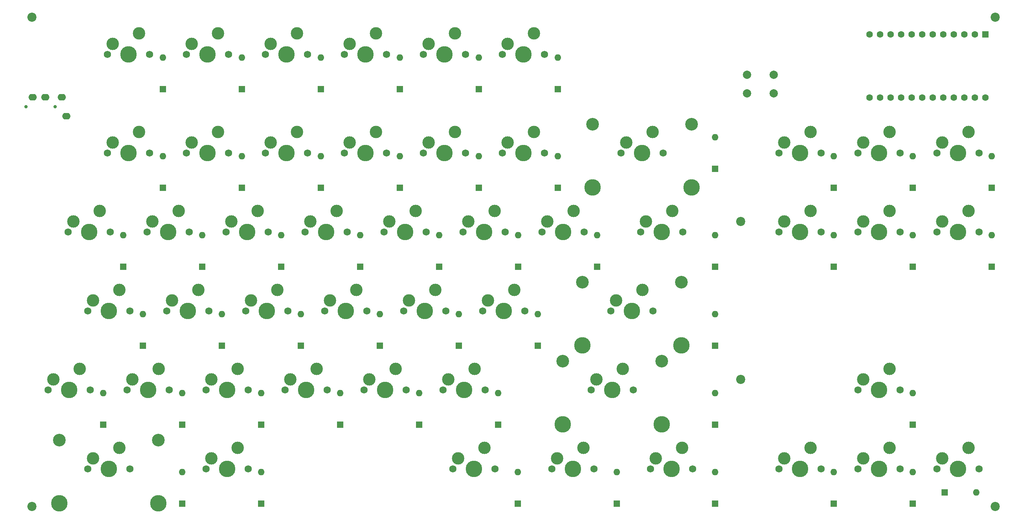
<source format=gbr>
%TF.GenerationSoftware,KiCad,Pcbnew,7.0.5*%
%TF.CreationDate,2023-06-22T07:54:55+00:00*%
%TF.ProjectId,Entry-right,456e7472-792d-4726-9967-68742e6b6963,rev?*%
%TF.SameCoordinates,Original*%
%TF.FileFunction,Soldermask,Top*%
%TF.FilePolarity,Negative*%
%FSLAX46Y46*%
G04 Gerber Fmt 4.6, Leading zero omitted, Abs format (unit mm)*
G04 Created by KiCad (PCBNEW 7.0.5) date 2023-06-22 07:54:55*
%MOMM*%
%LPD*%
G01*
G04 APERTURE LIST*
%ADD10C,1.750000*%
%ADD11C,3.000000*%
%ADD12C,3.987800*%
%ADD13C,3.048000*%
%ADD14C,2.200000*%
%ADD15R,1.600000X1.600000*%
%ADD16C,1.600000*%
%ADD17C,2.000000*%
%ADD18C,0.800000*%
%ADD19O,2.000000X1.600000*%
%ADD20O,1.600000X1.600000*%
G04 APERTURE END LIST*
D10*
%TO.C,MX17*%
X98107500Y-80010000D03*
D11*
X99377500Y-77470000D03*
D12*
X103187500Y-80010000D03*
D11*
X105727500Y-74930000D03*
D10*
X108267500Y-80010000D03*
%TD*%
%TO.C,MX21*%
X179070000Y-80010000D03*
D11*
X180340000Y-77470000D03*
D12*
X184150000Y-80010000D03*
D11*
X186690000Y-74930000D03*
D10*
X189230000Y-80010000D03*
%TD*%
%TO.C,MX33*%
X112395000Y-118110000D03*
D11*
X113665000Y-115570000D03*
D12*
X117475000Y-118110000D03*
D11*
X120015000Y-113030000D03*
D10*
X122555000Y-118110000D03*
%TD*%
%TO.C,MX8*%
X69532500Y-60960000D03*
D11*
X70802500Y-58420000D03*
D12*
X74612500Y-60960000D03*
D11*
X77152500Y-55880000D03*
D10*
X79692500Y-60960000D03*
%TD*%
D13*
%TO.C,MX36*%
X38862000Y-130175000D03*
D12*
X38862000Y-145415000D03*
D10*
X45720000Y-137160000D03*
D11*
X46990000Y-134620000D03*
D12*
X50800000Y-137160000D03*
D11*
X53340000Y-132080000D03*
D10*
X55880000Y-137160000D03*
D13*
X62738000Y-130175000D03*
D12*
X62738000Y-145415000D03*
%TD*%
D10*
%TO.C,MX42*%
X231457500Y-60960000D03*
D11*
X232727500Y-58420000D03*
D12*
X236537500Y-60960000D03*
D11*
X239077500Y-55880000D03*
D10*
X241617500Y-60960000D03*
%TD*%
%TO.C,MX46*%
X250507500Y-80010000D03*
D11*
X251777500Y-77470000D03*
D12*
X255587500Y-80010000D03*
D11*
X258127500Y-74930000D03*
D10*
X260667500Y-80010000D03*
%TD*%
%TO.C,MX32*%
X93345000Y-118110000D03*
D11*
X94615000Y-115570000D03*
D12*
X98425000Y-118110000D03*
D11*
X100965000Y-113030000D03*
D10*
X103505000Y-118110000D03*
%TD*%
D14*
%TO.C,REF\u002A\u002A*%
X32250000Y-146185000D03*
%TD*%
D10*
%TO.C,MX23*%
X64770000Y-99060000D03*
D11*
X66040000Y-96520000D03*
D12*
X69850000Y-99060000D03*
D11*
X72390000Y-93980000D03*
D10*
X74930000Y-99060000D03*
%TD*%
%TO.C,MX37*%
X74295000Y-137160000D03*
D11*
X75565000Y-134620000D03*
D12*
X79375000Y-137160000D03*
D11*
X81915000Y-132080000D03*
D10*
X84455000Y-137160000D03*
%TD*%
%TO.C,MX45*%
X231457500Y-80010000D03*
D11*
X232727500Y-77470000D03*
D12*
X236537500Y-80010000D03*
D11*
X239077500Y-74930000D03*
D10*
X241617500Y-80010000D03*
%TD*%
%TO.C,MX27*%
X140970000Y-99060000D03*
D11*
X142240000Y-96520000D03*
D12*
X146050000Y-99060000D03*
D11*
X148590000Y-93980000D03*
D10*
X151130000Y-99060000D03*
%TD*%
%TO.C,MX4*%
X107632500Y-37147500D03*
D11*
X108902500Y-34607500D03*
D12*
X112712500Y-37147500D03*
D11*
X115252500Y-32067500D03*
D10*
X117792500Y-37147500D03*
%TD*%
D13*
%TO.C,MX13*%
X167449500Y-53975000D03*
D12*
X167449500Y-69215000D03*
D10*
X174307500Y-60960000D03*
D11*
X175577500Y-58420000D03*
D12*
X179387500Y-60960000D03*
D11*
X181927500Y-55880000D03*
D10*
X184467500Y-60960000D03*
D13*
X191325500Y-53975000D03*
D12*
X191325500Y-69215000D03*
%TD*%
D10*
%TO.C,MX29*%
X36195000Y-118110000D03*
D11*
X37465000Y-115570000D03*
D12*
X41275000Y-118110000D03*
D11*
X43815000Y-113030000D03*
D10*
X46355000Y-118110000D03*
%TD*%
%TO.C,MX18*%
X117157500Y-80010000D03*
D11*
X118427500Y-77470000D03*
D12*
X122237500Y-80010000D03*
D11*
X124777500Y-74930000D03*
D10*
X127317500Y-80010000D03*
%TD*%
%TO.C,MX20*%
X155257500Y-80010000D03*
D11*
X156527500Y-77470000D03*
D12*
X160337500Y-80010000D03*
D11*
X162877500Y-74930000D03*
D10*
X165417500Y-80010000D03*
%TD*%
%TO.C,MX48*%
X212407500Y-137160000D03*
D11*
X213677500Y-134620000D03*
D12*
X217487500Y-137160000D03*
D11*
X220027500Y-132080000D03*
D10*
X222567500Y-137160000D03*
%TD*%
D15*
%TO.C,U1*%
X262201750Y-32291750D03*
D16*
X259661750Y-32291750D03*
X257121750Y-32291750D03*
X254581750Y-32291750D03*
X252041750Y-32291750D03*
X249501750Y-32291750D03*
X246961750Y-32291750D03*
X244421750Y-32291750D03*
X241881750Y-32291750D03*
X239341750Y-32291750D03*
X236801750Y-32291750D03*
X234261750Y-32291750D03*
X234261750Y-47531750D03*
X236801750Y-47531750D03*
X239341750Y-47531750D03*
X241881750Y-47531750D03*
X244421750Y-47531750D03*
X246961750Y-47531750D03*
X249501750Y-47531750D03*
X252041750Y-47531750D03*
X254581750Y-47531750D03*
X257121750Y-47531750D03*
X259661750Y-47531750D03*
X262201750Y-47531750D03*
%TD*%
D10*
%TO.C,MX9*%
X88582500Y-60960000D03*
D11*
X89852500Y-58420000D03*
D12*
X93662500Y-60960000D03*
D11*
X96202500Y-55880000D03*
D10*
X98742500Y-60960000D03*
%TD*%
%TO.C,MX19*%
X136207500Y-80010000D03*
D11*
X137477500Y-77470000D03*
D12*
X141287500Y-80010000D03*
D11*
X143827500Y-74930000D03*
D10*
X146367500Y-80010000D03*
%TD*%
%TO.C,MX25*%
X102870000Y-99060000D03*
D11*
X104140000Y-96520000D03*
D12*
X107950000Y-99060000D03*
D11*
X110490000Y-93980000D03*
D10*
X113030000Y-99060000D03*
%TD*%
%TO.C,MX26*%
X121920000Y-99060000D03*
D11*
X123190000Y-96520000D03*
D12*
X127000000Y-99060000D03*
D11*
X129540000Y-93980000D03*
D10*
X132080000Y-99060000D03*
%TD*%
%TO.C,MX3*%
X88582500Y-37147500D03*
D11*
X89852500Y-34607500D03*
D12*
X93662500Y-37147500D03*
D11*
X96202500Y-32067500D03*
D10*
X98742500Y-37147500D03*
%TD*%
%TO.C,MX31*%
X74295000Y-118110000D03*
D11*
X75565000Y-115570000D03*
D12*
X79375000Y-118110000D03*
D11*
X81915000Y-113030000D03*
D10*
X84455000Y-118110000D03*
%TD*%
%TO.C,MX10*%
X107632500Y-60960000D03*
D11*
X108902500Y-58420000D03*
D12*
X112712500Y-60960000D03*
D11*
X115252500Y-55880000D03*
D10*
X117792500Y-60960000D03*
%TD*%
%TO.C,MX49*%
X231457500Y-137160000D03*
D11*
X232727500Y-134620000D03*
D12*
X236537500Y-137160000D03*
D11*
X239077500Y-132080000D03*
D10*
X241617500Y-137160000D03*
%TD*%
%TO.C,MX11*%
X126682500Y-60960000D03*
D11*
X127952500Y-58420000D03*
D12*
X131762500Y-60960000D03*
D11*
X134302500Y-55880000D03*
D10*
X136842500Y-60960000D03*
%TD*%
D13*
%TO.C,MX28*%
X165068250Y-92075000D03*
D12*
X165068250Y-107315000D03*
D10*
X171926250Y-99060000D03*
D11*
X173196250Y-96520000D03*
D12*
X177006250Y-99060000D03*
D11*
X179546250Y-93980000D03*
D10*
X182086250Y-99060000D03*
D13*
X188944250Y-92075000D03*
D12*
X188944250Y-107315000D03*
%TD*%
D10*
%TO.C,MX12*%
X145732500Y-60960000D03*
D11*
X147002500Y-58420000D03*
D12*
X150812500Y-60960000D03*
D11*
X153352500Y-55880000D03*
D10*
X155892500Y-60960000D03*
%TD*%
%TO.C,MX44*%
X212407500Y-80010000D03*
D11*
X213677500Y-77470000D03*
D12*
X217487500Y-80010000D03*
D11*
X220027500Y-74930000D03*
D10*
X222567500Y-80010000D03*
%TD*%
%TO.C,MX40*%
X181451250Y-137160000D03*
D11*
X182721250Y-134620000D03*
D12*
X186531250Y-137160000D03*
D11*
X189071250Y-132080000D03*
D10*
X191611250Y-137160000D03*
%TD*%
%TO.C,MX22*%
X45720000Y-99060000D03*
D11*
X46990000Y-96520000D03*
D12*
X50800000Y-99060000D03*
D11*
X53340000Y-93980000D03*
D10*
X55880000Y-99060000D03*
%TD*%
D14*
%TO.C,REF\u002A\u002A*%
X264612500Y-146185000D03*
%TD*%
D10*
%TO.C,MX14*%
X40957500Y-80010000D03*
D11*
X42227500Y-77470000D03*
D12*
X46037500Y-80010000D03*
D11*
X48577500Y-74930000D03*
D10*
X51117500Y-80010000D03*
%TD*%
D13*
%TO.C,MX35*%
X160305750Y-111125000D03*
D12*
X160305750Y-126365000D03*
D10*
X167163750Y-118110000D03*
D11*
X168433750Y-115570000D03*
D12*
X172243750Y-118110000D03*
D11*
X174783750Y-113030000D03*
D10*
X177323750Y-118110000D03*
D13*
X184181750Y-111125000D03*
D12*
X184181750Y-126365000D03*
%TD*%
D14*
%TO.C,REF\u002A\u002A*%
X203200000Y-115570000D03*
%TD*%
D10*
%TO.C,MX24*%
X83820000Y-99060000D03*
D11*
X85090000Y-96520000D03*
D12*
X88900000Y-99060000D03*
D11*
X91440000Y-93980000D03*
D10*
X93980000Y-99060000D03*
%TD*%
%TO.C,MX43*%
X250507500Y-60960000D03*
D11*
X251777500Y-58420000D03*
D12*
X255587500Y-60960000D03*
D11*
X258127500Y-55880000D03*
D10*
X260667500Y-60960000D03*
%TD*%
%TO.C,MX38*%
X133826250Y-137160000D03*
D11*
X135096250Y-134620000D03*
D12*
X138906250Y-137160000D03*
D11*
X141446250Y-132080000D03*
D10*
X143986250Y-137160000D03*
%TD*%
%TO.C,MX7*%
X50482500Y-60960000D03*
D11*
X51752500Y-58420000D03*
D12*
X55562500Y-60960000D03*
D11*
X58102500Y-55880000D03*
D10*
X60642500Y-60960000D03*
%TD*%
D17*
%TO.C,RESET1*%
X211212500Y-46541250D03*
X204712500Y-46541250D03*
X211212500Y-42041250D03*
X204712500Y-42041250D03*
%TD*%
D10*
%TO.C,MX30*%
X55245000Y-118110000D03*
D11*
X56515000Y-115570000D03*
D12*
X60325000Y-118110000D03*
D11*
X62865000Y-113030000D03*
D10*
X65405000Y-118110000D03*
%TD*%
D18*
%TO.C,U2*%
X30850000Y-49722500D03*
X37850000Y-49722500D03*
D19*
X40550000Y-52022500D03*
X39450000Y-47422500D03*
X35450000Y-47422500D03*
X32450000Y-47422500D03*
%TD*%
D10*
%TO.C,MX41*%
X212407500Y-60960000D03*
D11*
X213677500Y-58420000D03*
D12*
X217487500Y-60960000D03*
D11*
X220027500Y-55880000D03*
D10*
X222567500Y-60960000D03*
%TD*%
D14*
%TO.C,REF\u002A\u002A*%
X203200000Y-77470000D03*
%TD*%
D10*
%TO.C,MX34*%
X131445000Y-118110000D03*
D11*
X132715000Y-115570000D03*
D12*
X136525000Y-118110000D03*
D11*
X139065000Y-113030000D03*
D10*
X141605000Y-118110000D03*
%TD*%
%TO.C,MX47*%
X231457500Y-118110000D03*
D11*
X232727500Y-115570000D03*
D12*
X236537500Y-118110000D03*
D11*
X239077500Y-113030000D03*
D10*
X241617500Y-118110000D03*
%TD*%
%TO.C,MX2*%
X69532500Y-37147500D03*
D11*
X70802500Y-34607500D03*
D12*
X74612500Y-37147500D03*
D11*
X77152500Y-32067500D03*
D10*
X79692500Y-37147500D03*
%TD*%
%TO.C,MX6*%
X145732500Y-37147500D03*
D11*
X147002500Y-34607500D03*
D12*
X150812500Y-37147500D03*
D11*
X153352500Y-32067500D03*
D10*
X155892500Y-37147500D03*
%TD*%
%TO.C,MX39*%
X157638750Y-137160000D03*
D11*
X158908750Y-134620000D03*
D12*
X162718750Y-137160000D03*
D11*
X165258750Y-132080000D03*
D10*
X167798750Y-137160000D03*
%TD*%
%TO.C,MX5*%
X126682500Y-37147500D03*
D11*
X127952500Y-34607500D03*
D12*
X131762500Y-37147500D03*
D11*
X134302500Y-32067500D03*
D10*
X136842500Y-37147500D03*
%TD*%
%TO.C,MX15*%
X60007500Y-80010000D03*
D11*
X61277500Y-77470000D03*
D12*
X65087500Y-80010000D03*
D11*
X67627500Y-74930000D03*
D10*
X70167500Y-80010000D03*
%TD*%
%TO.C,MX1*%
X50482500Y-37147500D03*
D11*
X51752500Y-34607500D03*
D12*
X55562500Y-37147500D03*
D11*
X58102500Y-32067500D03*
D10*
X60642500Y-37147500D03*
%TD*%
%TO.C,MX16*%
X79057500Y-80010000D03*
D11*
X80327500Y-77470000D03*
D12*
X84137500Y-80010000D03*
D11*
X86677500Y-74930000D03*
D10*
X89217500Y-80010000D03*
%TD*%
D14*
%TO.C,REF\u002A\u002A*%
X32250000Y-28122500D03*
%TD*%
D10*
%TO.C,MX50*%
X250507500Y-137160000D03*
D11*
X251777500Y-134620000D03*
D12*
X255587500Y-137160000D03*
D11*
X258127500Y-132080000D03*
D10*
X260667500Y-137160000D03*
%TD*%
D14*
%TO.C,REF\u002A\u002A*%
X264612500Y-28122500D03*
%TD*%
D15*
%TO.C,D37*%
X87562500Y-145530000D03*
D20*
X87562500Y-137910000D03*
%TD*%
D15*
%TO.C,D49*%
X244677500Y-145530000D03*
D20*
X244677500Y-137910000D03*
%TD*%
D15*
%TO.C,D26*%
X135187500Y-107430000D03*
D20*
X135187500Y-99810000D03*
%TD*%
D15*
%TO.C,D43*%
X263727500Y-69330000D03*
D20*
X263727500Y-61710000D03*
%TD*%
D15*
%TO.C,D8*%
X82862500Y-69330000D03*
D20*
X82862500Y-61710000D03*
%TD*%
D15*
%TO.C,D2*%
X82862500Y-45517500D03*
D20*
X82862500Y-37897500D03*
%TD*%
D15*
%TO.C,D14*%
X54287500Y-88380000D03*
D20*
X54287500Y-80760000D03*
%TD*%
D15*
%TO.C,D18*%
X130472500Y-88380000D03*
D20*
X130472500Y-80760000D03*
%TD*%
D15*
%TO.C,D1*%
X63812500Y-45517500D03*
D20*
X63812500Y-37897500D03*
%TD*%
D15*
%TO.C,D3*%
X101912500Y-45517500D03*
D20*
X101912500Y-37897500D03*
%TD*%
D15*
%TO.C,D25*%
X116137500Y-107430000D03*
D20*
X116137500Y-99810000D03*
%TD*%
D15*
%TO.C,D32*%
X106612500Y-126480000D03*
D20*
X106612500Y-118860000D03*
%TD*%
D15*
%TO.C,D41*%
X225627500Y-69330000D03*
D20*
X225627500Y-61710000D03*
%TD*%
D15*
%TO.C,D24*%
X97087500Y-107430000D03*
D20*
X97087500Y-99810000D03*
%TD*%
D15*
%TO.C,D19*%
X149522500Y-88380000D03*
D20*
X149522500Y-80760000D03*
%TD*%
D15*
%TO.C,D10*%
X120962500Y-69330000D03*
D20*
X120962500Y-61710000D03*
%TD*%
D15*
%TO.C,D39*%
X173287500Y-145530000D03*
D20*
X173287500Y-137910000D03*
%TD*%
D15*
%TO.C,D46*%
X263727500Y-88380000D03*
D20*
X263727500Y-80760000D03*
%TD*%
D15*
%TO.C,D4*%
X120962500Y-45517500D03*
D20*
X120962500Y-37897500D03*
%TD*%
D15*
%TO.C,D21*%
X197052500Y-88380000D03*
D20*
X197052500Y-80760000D03*
%TD*%
D15*
%TO.C,D40*%
X197052500Y-145530000D03*
D20*
X197052500Y-137910000D03*
%TD*%
D15*
%TO.C,D50*%
X252390000Y-142800000D03*
D20*
X260010000Y-142800000D03*
%TD*%
D15*
%TO.C,D38*%
X149427500Y-145530000D03*
D20*
X149427500Y-137910000D03*
%TD*%
D15*
%TO.C,D33*%
X125662500Y-126480000D03*
D20*
X125662500Y-118860000D03*
%TD*%
D15*
%TO.C,D20*%
X168577500Y-88380000D03*
D20*
X168577500Y-80760000D03*
%TD*%
D15*
%TO.C,D47*%
X244677500Y-126480000D03*
D20*
X244677500Y-118860000D03*
%TD*%
D15*
%TO.C,D13*%
X197052500Y-64770000D03*
D20*
X197052500Y-57150000D03*
%TD*%
D15*
%TO.C,D16*%
X92372500Y-88380000D03*
D20*
X92372500Y-80760000D03*
%TD*%
D15*
%TO.C,D30*%
X68512500Y-126480000D03*
D20*
X68512500Y-118860000D03*
%TD*%
D15*
%TO.C,D31*%
X87562500Y-126480000D03*
D20*
X87562500Y-118860000D03*
%TD*%
D15*
%TO.C,D17*%
X111422500Y-88380000D03*
D20*
X111422500Y-80760000D03*
%TD*%
D15*
%TO.C,D35*%
X197052500Y-126480000D03*
D20*
X197052500Y-118860000D03*
%TD*%
D15*
%TO.C,D15*%
X73322500Y-88380000D03*
D20*
X73322500Y-80760000D03*
%TD*%
D15*
%TO.C,D23*%
X78037500Y-107430000D03*
D20*
X78037500Y-99810000D03*
%TD*%
D15*
%TO.C,D44*%
X225627500Y-88380000D03*
D20*
X225627500Y-80760000D03*
%TD*%
D15*
%TO.C,D11*%
X140012500Y-69330000D03*
D20*
X140012500Y-61710000D03*
%TD*%
D15*
%TO.C,D36*%
X68512500Y-145530000D03*
D20*
X68512500Y-137910000D03*
%TD*%
D15*
%TO.C,D6*%
X159062500Y-45517500D03*
D20*
X159062500Y-37897500D03*
%TD*%
D15*
%TO.C,D27*%
X154237500Y-107430000D03*
D20*
X154237500Y-99810000D03*
%TD*%
D15*
%TO.C,D45*%
X244677500Y-88380000D03*
D20*
X244677500Y-80760000D03*
%TD*%
D15*
%TO.C,D12*%
X159062500Y-69330000D03*
D20*
X159062500Y-61710000D03*
%TD*%
D15*
%TO.C,D48*%
X225627500Y-145530000D03*
D20*
X225627500Y-137910000D03*
%TD*%
D15*
%TO.C,D34*%
X144712500Y-126480000D03*
D20*
X144712500Y-118860000D03*
%TD*%
D15*
%TO.C,D5*%
X140012500Y-45517500D03*
D20*
X140012500Y-37897500D03*
%TD*%
D15*
%TO.C,D29*%
X49462500Y-126480000D03*
D20*
X49462500Y-118860000D03*
%TD*%
D15*
%TO.C,D42*%
X244677500Y-69330000D03*
D20*
X244677500Y-61710000D03*
%TD*%
D15*
%TO.C,D28*%
X197052500Y-107430000D03*
D20*
X197052500Y-99810000D03*
%TD*%
D15*
%TO.C,D7*%
X63812500Y-69330000D03*
D20*
X63812500Y-61710000D03*
%TD*%
D15*
%TO.C,D9*%
X101912500Y-69330000D03*
D20*
X101912500Y-61710000D03*
%TD*%
D15*
%TO.C,D22*%
X58987500Y-107430000D03*
D20*
X58987500Y-99810000D03*
%TD*%
M02*

</source>
